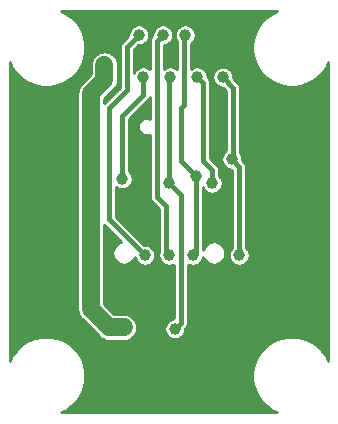
<source format=gbr>
G04 #@! TF.GenerationSoftware,KiCad,Pcbnew,5.1.0-rc2-unknown-036be7d~80~ubuntu16.04.1*
G04 #@! TF.CreationDate,2023-05-22T09:45:20+03:00*
G04 #@! TF.ProjectId,UEXT-MPQ_Rev_A,55455854-2d4d-4505-915f-5265765f412e,A*
G04 #@! TF.SameCoordinates,Original*
G04 #@! TF.FileFunction,Copper,L2,Bot*
G04 #@! TF.FilePolarity,Positive*
%FSLAX46Y46*%
G04 Gerber Fmt 4.6, Leading zero omitted, Abs format (unit mm)*
G04 Created by KiCad (PCBNEW 5.1.0-rc2-unknown-036be7d~80~ubuntu16.04.1) date 2023-05-22 09:45:20*
%MOMM*%
%LPD*%
G04 APERTURE LIST*
%ADD10C,1.000000*%
%ADD11C,0.406400*%
%ADD12C,1.016000*%
%ADD13C,1.524000*%
%ADD14C,0.254000*%
G04 APERTURE END LIST*
D10*
X84963000Y-147701000D03*
X84455000Y-129032000D03*
X83058000Y-141224000D03*
X84836000Y-132588000D03*
X86995000Y-147701000D03*
X86487000Y-129032000D03*
X86995000Y-141605000D03*
X87503000Y-153924000D03*
X87122000Y-132588000D03*
X89027000Y-147701000D03*
X89281000Y-140970000D03*
X88392000Y-129032000D03*
X90678000Y-141605000D03*
X89408000Y-132588000D03*
X92964000Y-147701000D03*
X92329000Y-139573000D03*
X91549607Y-132605393D03*
X82677000Y-156718000D03*
X91313000Y-156718000D03*
X94107000Y-160401000D03*
X79883000Y-160401000D03*
X86995000Y-160401000D03*
X76581000Y-145923000D03*
X77978000Y-145923000D03*
X77978000Y-134747000D03*
X77978000Y-136271000D03*
X82804000Y-127762000D03*
X91186000Y-127762000D03*
X87376000Y-127762000D03*
X74930000Y-149860000D03*
X77470000Y-152400000D03*
X74549000Y-139446000D03*
X99060000Y-135890000D03*
X96520000Y-140970000D03*
X99060000Y-144780000D03*
X96520000Y-148590000D03*
X99060000Y-152400000D03*
X91186000Y-137668000D03*
X90932000Y-134239000D03*
X81920000Y-153792000D03*
X83185000Y-153792000D03*
X81534000Y-131572000D03*
X81534000Y-132842000D03*
X80391000Y-138303000D03*
X80391000Y-139446000D03*
D11*
X81915000Y-144653000D02*
X84963000Y-147701000D01*
X84455000Y-129032000D02*
X83439000Y-130048000D01*
X83439000Y-130048000D02*
X83439000Y-133731000D01*
X83439000Y-133731000D02*
X81915000Y-135255000D01*
X81915000Y-135255000D02*
X81915000Y-144653000D01*
X83058000Y-135890000D02*
X83058000Y-141224000D01*
X84836000Y-134112000D02*
X83058000Y-135890000D01*
X84836000Y-132588000D02*
X84836000Y-134112000D01*
X86741000Y-147447000D02*
X86995000Y-147701000D01*
X86487000Y-129032000D02*
X85979000Y-129540000D01*
X85979000Y-129540000D02*
X85979000Y-142748000D01*
X85979000Y-142748000D02*
X86741000Y-143510000D01*
X86741000Y-143510000D02*
X86741000Y-147447000D01*
X86995000Y-132715000D02*
X86995000Y-141605000D01*
X87122000Y-132588000D02*
X86995000Y-132715000D01*
X88011000Y-153416000D02*
X87503000Y-153924000D01*
X88011000Y-142621000D02*
X88011000Y-153416000D01*
X86995000Y-141605000D02*
X88011000Y-142621000D01*
X89281000Y-147447000D02*
X89027000Y-147701000D01*
X89281000Y-140970000D02*
X89281000Y-147447000D01*
X88392000Y-129032000D02*
X88265000Y-129159000D01*
X88011000Y-139700000D02*
X89281000Y-140970000D01*
X88011000Y-135255000D02*
X88011000Y-139700000D01*
X88265000Y-129159000D02*
X88265000Y-135001000D01*
X88265000Y-135001000D02*
X88011000Y-135255000D01*
X90678000Y-140462000D02*
X90678000Y-141605000D01*
X89408000Y-132588000D02*
X89916000Y-133096000D01*
X89916000Y-133096000D02*
X89916000Y-139700000D01*
X89916000Y-139700000D02*
X90678000Y-140462000D01*
X92964000Y-140208000D02*
X92329000Y-139573000D01*
X92964000Y-147701000D02*
X92964000Y-140208000D01*
X92456000Y-139446000D02*
X92329000Y-139573000D01*
X92456000Y-133511786D02*
X92456000Y-139446000D01*
X91549607Y-132605393D02*
X92456000Y-133511786D01*
D12*
X77978000Y-145923000D02*
X77978000Y-134747000D01*
D13*
X81920000Y-153792000D02*
X83185000Y-153792000D01*
X80391000Y-133985000D02*
X80391000Y-152263000D01*
X81534000Y-132842000D02*
X80391000Y-133985000D01*
X80391000Y-152263000D02*
X81920000Y-153792000D01*
X81534000Y-132842000D02*
X81534000Y-131572000D01*
D14*
G36*
X95824075Y-127151651D02*
G01*
X95279161Y-127515750D01*
X94815750Y-127979161D01*
X94451651Y-128524075D01*
X94200855Y-129129550D01*
X94073000Y-129772319D01*
X94073000Y-130427681D01*
X94200855Y-131070450D01*
X94451651Y-131675925D01*
X94815750Y-132220839D01*
X95279161Y-132684250D01*
X95824075Y-133048349D01*
X96429550Y-133299145D01*
X97072319Y-133427000D01*
X97727681Y-133427000D01*
X98370450Y-133299145D01*
X98975925Y-133048349D01*
X99520839Y-132684250D01*
X99984250Y-132220839D01*
X100348349Y-131675925D01*
X100492001Y-131329119D01*
X100492000Y-156670879D01*
X100348349Y-156324075D01*
X99984250Y-155779161D01*
X99520839Y-155315750D01*
X98975925Y-154951651D01*
X98370450Y-154700855D01*
X97727681Y-154573000D01*
X97072319Y-154573000D01*
X96429550Y-154700855D01*
X95824075Y-154951651D01*
X95279161Y-155315750D01*
X94815750Y-155779161D01*
X94451651Y-156324075D01*
X94200855Y-156929550D01*
X94073000Y-157572319D01*
X94073000Y-158227681D01*
X94200855Y-158870450D01*
X94451651Y-159475925D01*
X94815750Y-160020839D01*
X95279161Y-160484250D01*
X95824075Y-160848349D01*
X96170879Y-160992000D01*
X77829121Y-160992000D01*
X78175925Y-160848349D01*
X78720839Y-160484250D01*
X79184250Y-160020839D01*
X79548349Y-159475925D01*
X79799145Y-158870450D01*
X79927000Y-158227681D01*
X79927000Y-157572319D01*
X79799145Y-156929550D01*
X79548349Y-156324075D01*
X79184250Y-155779161D01*
X78720839Y-155315750D01*
X78175925Y-154951651D01*
X77570450Y-154700855D01*
X76927681Y-154573000D01*
X76272319Y-154573000D01*
X75629550Y-154700855D01*
X75024075Y-154951651D01*
X74479161Y-155315750D01*
X74015750Y-155779161D01*
X73651651Y-156324075D01*
X73508000Y-156670879D01*
X73508000Y-133985000D01*
X79242471Y-133985000D01*
X79248000Y-134041139D01*
X79248001Y-152206851D01*
X79242471Y-152263000D01*
X79264539Y-152487067D01*
X79313662Y-152649000D01*
X79329898Y-152702523D01*
X79436033Y-152901089D01*
X79471952Y-152944856D01*
X79536476Y-153023478D01*
X79578868Y-153075133D01*
X79622478Y-153110923D01*
X81072077Y-154560523D01*
X81107867Y-154604133D01*
X81281911Y-154746968D01*
X81390482Y-154805000D01*
X81480476Y-154853103D01*
X81695933Y-154918461D01*
X81863854Y-154935000D01*
X81863861Y-154935000D01*
X81920000Y-154940529D01*
X81976139Y-154935000D01*
X83241146Y-154935000D01*
X83409067Y-154918461D01*
X83624523Y-154853103D01*
X83823089Y-154746968D01*
X83997133Y-154604133D01*
X84139968Y-154430089D01*
X84246103Y-154231523D01*
X84311461Y-154016067D01*
X84333530Y-153792000D01*
X84311461Y-153567933D01*
X84246103Y-153352477D01*
X84139968Y-153153911D01*
X83997133Y-152979867D01*
X83823089Y-152837032D01*
X83624523Y-152730897D01*
X83409067Y-152665539D01*
X83241146Y-152649000D01*
X82393446Y-152649000D01*
X81534000Y-151789555D01*
X81534000Y-145098183D01*
X82977806Y-146541989D01*
X82903853Y-146556699D01*
X82725322Y-146630649D01*
X82564649Y-146738007D01*
X82428007Y-146874649D01*
X82320649Y-147035322D01*
X82246699Y-147213853D01*
X82209000Y-147403380D01*
X82209000Y-147596620D01*
X82246699Y-147786147D01*
X82320649Y-147964678D01*
X82428007Y-148125351D01*
X82564649Y-148261993D01*
X82725322Y-148369351D01*
X82903853Y-148443301D01*
X83093380Y-148481000D01*
X83286620Y-148481000D01*
X83476147Y-148443301D01*
X83654678Y-148369351D01*
X83815351Y-148261993D01*
X83951993Y-148125351D01*
X84059351Y-147964678D01*
X84098425Y-147870345D01*
X84115856Y-147957978D01*
X84182268Y-148118310D01*
X84278682Y-148262605D01*
X84401395Y-148385318D01*
X84545690Y-148481732D01*
X84706022Y-148548144D01*
X84876229Y-148582000D01*
X85049771Y-148582000D01*
X85219978Y-148548144D01*
X85380310Y-148481732D01*
X85524605Y-148385318D01*
X85647318Y-148262605D01*
X85743732Y-148118310D01*
X85810144Y-147957978D01*
X85844000Y-147787771D01*
X85844000Y-147614229D01*
X85810144Y-147444022D01*
X85743732Y-147283690D01*
X85647318Y-147139395D01*
X85524605Y-147016682D01*
X85380310Y-146920268D01*
X85219978Y-146853856D01*
X85049771Y-146820000D01*
X84908184Y-146820000D01*
X82499200Y-144411017D01*
X82499200Y-141910192D01*
X82640690Y-142004732D01*
X82801022Y-142071144D01*
X82971229Y-142105000D01*
X83144771Y-142105000D01*
X83314978Y-142071144D01*
X83475310Y-142004732D01*
X83619605Y-141908318D01*
X83742318Y-141785605D01*
X83838732Y-141641310D01*
X83905144Y-141480978D01*
X83939000Y-141310771D01*
X83939000Y-141137229D01*
X83905144Y-140967022D01*
X83838732Y-140806690D01*
X83742318Y-140662395D01*
X83642200Y-140562277D01*
X83642200Y-136131983D01*
X85228806Y-134545378D01*
X85251090Y-134527090D01*
X85324094Y-134438134D01*
X85378341Y-134336645D01*
X85394800Y-134282386D01*
X85394800Y-136132953D01*
X85308225Y-136097092D01*
X85166997Y-136069000D01*
X85023003Y-136069000D01*
X84881775Y-136097092D01*
X84748742Y-136152196D01*
X84629015Y-136232195D01*
X84527195Y-136334015D01*
X84447196Y-136453742D01*
X84392092Y-136586775D01*
X84364000Y-136728003D01*
X84364000Y-136871997D01*
X84392092Y-137013225D01*
X84447196Y-137146258D01*
X84527195Y-137265985D01*
X84629015Y-137367805D01*
X84748742Y-137447804D01*
X84881775Y-137502908D01*
X85023003Y-137531000D01*
X85166997Y-137531000D01*
X85308225Y-137502908D01*
X85394801Y-137467047D01*
X85394801Y-142719306D01*
X85391975Y-142748000D01*
X85403254Y-142862523D01*
X85436659Y-142972644D01*
X85436660Y-142972645D01*
X85490907Y-143074134D01*
X85519597Y-143109093D01*
X85545620Y-143140803D01*
X85545623Y-143140806D01*
X85563911Y-143163090D01*
X85586194Y-143181377D01*
X86156800Y-143751984D01*
X86156801Y-147418306D01*
X86156269Y-147423712D01*
X86147856Y-147444022D01*
X86114000Y-147614229D01*
X86114000Y-147787771D01*
X86147856Y-147957978D01*
X86214268Y-148118310D01*
X86310682Y-148262605D01*
X86433395Y-148385318D01*
X86577690Y-148481732D01*
X86738022Y-148548144D01*
X86908229Y-148582000D01*
X87081771Y-148582000D01*
X87251978Y-148548144D01*
X87412310Y-148481732D01*
X87426801Y-148472050D01*
X87426801Y-153043000D01*
X87416229Y-153043000D01*
X87246022Y-153076856D01*
X87085690Y-153143268D01*
X86941395Y-153239682D01*
X86818682Y-153362395D01*
X86722268Y-153506690D01*
X86655856Y-153667022D01*
X86622000Y-153837229D01*
X86622000Y-154010771D01*
X86655856Y-154180978D01*
X86722268Y-154341310D01*
X86818682Y-154485605D01*
X86941395Y-154608318D01*
X87085690Y-154704732D01*
X87246022Y-154771144D01*
X87416229Y-154805000D01*
X87589771Y-154805000D01*
X87759978Y-154771144D01*
X87920310Y-154704732D01*
X88064605Y-154608318D01*
X88187318Y-154485605D01*
X88283732Y-154341310D01*
X88350144Y-154180978D01*
X88384000Y-154010771D01*
X88384000Y-153869183D01*
X88403801Y-153849382D01*
X88426090Y-153831090D01*
X88499094Y-153742134D01*
X88553341Y-153640645D01*
X88586746Y-153530523D01*
X88595200Y-153444692D01*
X88595200Y-153444683D01*
X88598025Y-153416001D01*
X88595200Y-153387319D01*
X88595200Y-148472050D01*
X88609690Y-148481732D01*
X88770022Y-148548144D01*
X88940229Y-148582000D01*
X89113771Y-148582000D01*
X89283978Y-148548144D01*
X89444310Y-148481732D01*
X89588605Y-148385318D01*
X89711318Y-148262605D01*
X89807732Y-148118310D01*
X89874144Y-147957978D01*
X89894819Y-147854035D01*
X89940649Y-147964678D01*
X90048007Y-148125351D01*
X90184649Y-148261993D01*
X90345322Y-148369351D01*
X90523853Y-148443301D01*
X90713380Y-148481000D01*
X90906620Y-148481000D01*
X91096147Y-148443301D01*
X91274678Y-148369351D01*
X91435351Y-148261993D01*
X91571993Y-148125351D01*
X91679351Y-147964678D01*
X91753301Y-147786147D01*
X91791000Y-147596620D01*
X91791000Y-147403380D01*
X91753301Y-147213853D01*
X91679351Y-147035322D01*
X91571993Y-146874649D01*
X91435351Y-146738007D01*
X91274678Y-146630649D01*
X91096147Y-146556699D01*
X90906620Y-146519000D01*
X90713380Y-146519000D01*
X90523853Y-146556699D01*
X90345322Y-146630649D01*
X90184649Y-146738007D01*
X90048007Y-146874649D01*
X89940649Y-147035322D01*
X89866699Y-147213853D01*
X89865200Y-147221389D01*
X89865200Y-141944891D01*
X89897268Y-142022310D01*
X89993682Y-142166605D01*
X90116395Y-142289318D01*
X90260690Y-142385732D01*
X90421022Y-142452144D01*
X90591229Y-142486000D01*
X90764771Y-142486000D01*
X90934978Y-142452144D01*
X91095310Y-142385732D01*
X91239605Y-142289318D01*
X91362318Y-142166605D01*
X91458732Y-142022310D01*
X91525144Y-141861978D01*
X91559000Y-141691771D01*
X91559000Y-141518229D01*
X91525144Y-141348022D01*
X91458732Y-141187690D01*
X91362318Y-141043395D01*
X91262200Y-140943277D01*
X91262200Y-140490692D01*
X91265026Y-140462000D01*
X91253746Y-140347477D01*
X91220341Y-140237355D01*
X91166094Y-140135866D01*
X91111380Y-140069196D01*
X91111378Y-140069194D01*
X91093090Y-140046910D01*
X91070807Y-140028623D01*
X90500200Y-139458017D01*
X90500200Y-133124681D01*
X90503025Y-133095999D01*
X90500200Y-133067317D01*
X90500200Y-133067308D01*
X90491746Y-132981477D01*
X90458341Y-132871355D01*
X90404094Y-132769866D01*
X90331090Y-132680910D01*
X90308802Y-132662619D01*
X90289000Y-132642817D01*
X90289000Y-132518622D01*
X90668607Y-132518622D01*
X90668607Y-132692164D01*
X90702463Y-132862371D01*
X90768875Y-133022703D01*
X90865289Y-133166998D01*
X90988002Y-133289711D01*
X91132297Y-133386125D01*
X91292629Y-133452537D01*
X91462836Y-133486393D01*
X91604424Y-133486393D01*
X91871800Y-133753769D01*
X91871801Y-138818921D01*
X91767395Y-138888682D01*
X91644682Y-139011395D01*
X91548268Y-139155690D01*
X91481856Y-139316022D01*
X91448000Y-139486229D01*
X91448000Y-139659771D01*
X91481856Y-139829978D01*
X91548268Y-139990310D01*
X91644682Y-140134605D01*
X91767395Y-140257318D01*
X91911690Y-140353732D01*
X92072022Y-140420144D01*
X92242229Y-140454000D01*
X92379801Y-140454000D01*
X92379800Y-147039277D01*
X92279682Y-147139395D01*
X92183268Y-147283690D01*
X92116856Y-147444022D01*
X92083000Y-147614229D01*
X92083000Y-147787771D01*
X92116856Y-147957978D01*
X92183268Y-148118310D01*
X92279682Y-148262605D01*
X92402395Y-148385318D01*
X92546690Y-148481732D01*
X92707022Y-148548144D01*
X92877229Y-148582000D01*
X93050771Y-148582000D01*
X93220978Y-148548144D01*
X93381310Y-148481732D01*
X93525605Y-148385318D01*
X93648318Y-148262605D01*
X93744732Y-148118310D01*
X93811144Y-147957978D01*
X93845000Y-147787771D01*
X93845000Y-147614229D01*
X93811144Y-147444022D01*
X93744732Y-147283690D01*
X93648318Y-147139395D01*
X93548200Y-147039277D01*
X93548200Y-140236692D01*
X93551026Y-140208000D01*
X93539746Y-140093477D01*
X93506341Y-139983355D01*
X93452094Y-139881866D01*
X93397380Y-139815196D01*
X93397378Y-139815194D01*
X93379090Y-139792910D01*
X93356806Y-139774622D01*
X93210000Y-139627816D01*
X93210000Y-139486229D01*
X93176144Y-139316022D01*
X93109732Y-139155690D01*
X93040200Y-139051627D01*
X93040200Y-133540467D01*
X93043025Y-133511785D01*
X93040200Y-133483103D01*
X93040200Y-133483094D01*
X93031746Y-133397263D01*
X92998341Y-133287141D01*
X92944094Y-133185652D01*
X92871090Y-133096696D01*
X92848802Y-133078405D01*
X92430607Y-132660210D01*
X92430607Y-132518622D01*
X92396751Y-132348415D01*
X92330339Y-132188083D01*
X92233925Y-132043788D01*
X92111212Y-131921075D01*
X91966917Y-131824661D01*
X91806585Y-131758249D01*
X91636378Y-131724393D01*
X91462836Y-131724393D01*
X91292629Y-131758249D01*
X91132297Y-131824661D01*
X90988002Y-131921075D01*
X90865289Y-132043788D01*
X90768875Y-132188083D01*
X90702463Y-132348415D01*
X90668607Y-132518622D01*
X90289000Y-132518622D01*
X90289000Y-132501229D01*
X90255144Y-132331022D01*
X90188732Y-132170690D01*
X90092318Y-132026395D01*
X89969605Y-131903682D01*
X89825310Y-131807268D01*
X89664978Y-131740856D01*
X89494771Y-131707000D01*
X89321229Y-131707000D01*
X89151022Y-131740856D01*
X88990690Y-131807268D01*
X88849200Y-131901808D01*
X88849200Y-129786079D01*
X88953605Y-129716318D01*
X89076318Y-129593605D01*
X89172732Y-129449310D01*
X89239144Y-129288978D01*
X89273000Y-129118771D01*
X89273000Y-128945229D01*
X89239144Y-128775022D01*
X89172732Y-128614690D01*
X89076318Y-128470395D01*
X88953605Y-128347682D01*
X88809310Y-128251268D01*
X88648978Y-128184856D01*
X88478771Y-128151000D01*
X88305229Y-128151000D01*
X88135022Y-128184856D01*
X87974690Y-128251268D01*
X87830395Y-128347682D01*
X87707682Y-128470395D01*
X87611268Y-128614690D01*
X87544856Y-128775022D01*
X87511000Y-128945229D01*
X87511000Y-129118771D01*
X87544856Y-129288978D01*
X87611268Y-129449310D01*
X87680800Y-129553373D01*
X87680800Y-131901808D01*
X87539310Y-131807268D01*
X87378978Y-131740856D01*
X87208771Y-131707000D01*
X87035229Y-131707000D01*
X86865022Y-131740856D01*
X86704690Y-131807268D01*
X86563200Y-131901808D01*
X86563200Y-129913000D01*
X86573771Y-129913000D01*
X86743978Y-129879144D01*
X86904310Y-129812732D01*
X87048605Y-129716318D01*
X87171318Y-129593605D01*
X87267732Y-129449310D01*
X87334144Y-129288978D01*
X87368000Y-129118771D01*
X87368000Y-128945229D01*
X87334144Y-128775022D01*
X87267732Y-128614690D01*
X87171318Y-128470395D01*
X87048605Y-128347682D01*
X86904310Y-128251268D01*
X86743978Y-128184856D01*
X86573771Y-128151000D01*
X86400229Y-128151000D01*
X86230022Y-128184856D01*
X86069690Y-128251268D01*
X85925395Y-128347682D01*
X85802682Y-128470395D01*
X85706268Y-128614690D01*
X85639856Y-128775022D01*
X85606000Y-128945229D01*
X85606000Y-129086817D01*
X85586199Y-129106618D01*
X85563910Y-129124910D01*
X85490906Y-129213867D01*
X85436660Y-129315355D01*
X85436659Y-129315356D01*
X85403459Y-129424803D01*
X85403254Y-129425478D01*
X85394800Y-129511309D01*
X85394800Y-129511316D01*
X85391975Y-129540000D01*
X85394800Y-129568684D01*
X85394800Y-131901808D01*
X85253310Y-131807268D01*
X85092978Y-131740856D01*
X84922771Y-131707000D01*
X84749229Y-131707000D01*
X84579022Y-131740856D01*
X84418690Y-131807268D01*
X84274395Y-131903682D01*
X84151682Y-132026395D01*
X84055268Y-132170690D01*
X84023200Y-132248109D01*
X84023200Y-130289983D01*
X84400184Y-129913000D01*
X84541771Y-129913000D01*
X84711978Y-129879144D01*
X84872310Y-129812732D01*
X85016605Y-129716318D01*
X85139318Y-129593605D01*
X85235732Y-129449310D01*
X85302144Y-129288978D01*
X85336000Y-129118771D01*
X85336000Y-128945229D01*
X85302144Y-128775022D01*
X85235732Y-128614690D01*
X85139318Y-128470395D01*
X85016605Y-128347682D01*
X84872310Y-128251268D01*
X84711978Y-128184856D01*
X84541771Y-128151000D01*
X84368229Y-128151000D01*
X84198022Y-128184856D01*
X84037690Y-128251268D01*
X83893395Y-128347682D01*
X83770682Y-128470395D01*
X83674268Y-128614690D01*
X83607856Y-128775022D01*
X83574000Y-128945229D01*
X83574000Y-129086816D01*
X83046199Y-129614618D01*
X83023910Y-129632910D01*
X82950906Y-129721867D01*
X82896659Y-129823356D01*
X82863254Y-129933478D01*
X82854800Y-130019309D01*
X82854800Y-130019316D01*
X82851975Y-130048000D01*
X82854800Y-130076684D01*
X82854801Y-133489016D01*
X81534000Y-134809817D01*
X81534000Y-134458445D01*
X82302524Y-133689922D01*
X82346133Y-133654133D01*
X82488968Y-133480089D01*
X82595103Y-133281523D01*
X82651381Y-133095999D01*
X82660461Y-133066068D01*
X82668792Y-132981478D01*
X82677000Y-132898146D01*
X82677000Y-132898140D01*
X82682529Y-132842001D01*
X82677000Y-132785862D01*
X82677000Y-131515854D01*
X82660461Y-131347933D01*
X82595103Y-131132477D01*
X82488968Y-130933911D01*
X82346133Y-130759867D01*
X82172089Y-130617032D01*
X81973523Y-130510897D01*
X81758067Y-130445539D01*
X81534000Y-130423470D01*
X81309934Y-130445539D01*
X81094478Y-130510897D01*
X80895912Y-130617032D01*
X80721868Y-130759867D01*
X80579033Y-130933911D01*
X80472897Y-131132477D01*
X80407539Y-131347933D01*
X80391000Y-131515854D01*
X80391000Y-132368554D01*
X79622482Y-133137073D01*
X79578867Y-133172867D01*
X79436032Y-133346912D01*
X79329897Y-133545478D01*
X79286316Y-133689144D01*
X79264916Y-133759692D01*
X79264539Y-133760934D01*
X79248000Y-133928855D01*
X79248000Y-133928861D01*
X79242471Y-133985000D01*
X73508000Y-133985000D01*
X73508000Y-131329121D01*
X73651651Y-131675925D01*
X74015750Y-132220839D01*
X74479161Y-132684250D01*
X75024075Y-133048349D01*
X75629550Y-133299145D01*
X76272319Y-133427000D01*
X76927681Y-133427000D01*
X77570450Y-133299145D01*
X78175925Y-133048349D01*
X78720839Y-132684250D01*
X79184250Y-132220839D01*
X79548349Y-131675925D01*
X79799145Y-131070450D01*
X79927000Y-130427681D01*
X79927000Y-129772319D01*
X79799145Y-129129550D01*
X79548349Y-128524075D01*
X79184250Y-127979161D01*
X78720839Y-127515750D01*
X78175925Y-127151651D01*
X77829121Y-127008000D01*
X96170879Y-127008000D01*
X95824075Y-127151651D01*
X95824075Y-127151651D01*
G37*
X95824075Y-127151651D02*
X95279161Y-127515750D01*
X94815750Y-127979161D01*
X94451651Y-128524075D01*
X94200855Y-129129550D01*
X94073000Y-129772319D01*
X94073000Y-130427681D01*
X94200855Y-131070450D01*
X94451651Y-131675925D01*
X94815750Y-132220839D01*
X95279161Y-132684250D01*
X95824075Y-133048349D01*
X96429550Y-133299145D01*
X97072319Y-133427000D01*
X97727681Y-133427000D01*
X98370450Y-133299145D01*
X98975925Y-133048349D01*
X99520839Y-132684250D01*
X99984250Y-132220839D01*
X100348349Y-131675925D01*
X100492001Y-131329119D01*
X100492000Y-156670879D01*
X100348349Y-156324075D01*
X99984250Y-155779161D01*
X99520839Y-155315750D01*
X98975925Y-154951651D01*
X98370450Y-154700855D01*
X97727681Y-154573000D01*
X97072319Y-154573000D01*
X96429550Y-154700855D01*
X95824075Y-154951651D01*
X95279161Y-155315750D01*
X94815750Y-155779161D01*
X94451651Y-156324075D01*
X94200855Y-156929550D01*
X94073000Y-157572319D01*
X94073000Y-158227681D01*
X94200855Y-158870450D01*
X94451651Y-159475925D01*
X94815750Y-160020839D01*
X95279161Y-160484250D01*
X95824075Y-160848349D01*
X96170879Y-160992000D01*
X77829121Y-160992000D01*
X78175925Y-160848349D01*
X78720839Y-160484250D01*
X79184250Y-160020839D01*
X79548349Y-159475925D01*
X79799145Y-158870450D01*
X79927000Y-158227681D01*
X79927000Y-157572319D01*
X79799145Y-156929550D01*
X79548349Y-156324075D01*
X79184250Y-155779161D01*
X78720839Y-155315750D01*
X78175925Y-154951651D01*
X77570450Y-154700855D01*
X76927681Y-154573000D01*
X76272319Y-154573000D01*
X75629550Y-154700855D01*
X75024075Y-154951651D01*
X74479161Y-155315750D01*
X74015750Y-155779161D01*
X73651651Y-156324075D01*
X73508000Y-156670879D01*
X73508000Y-133985000D01*
X79242471Y-133985000D01*
X79248000Y-134041139D01*
X79248001Y-152206851D01*
X79242471Y-152263000D01*
X79264539Y-152487067D01*
X79313662Y-152649000D01*
X79329898Y-152702523D01*
X79436033Y-152901089D01*
X79471952Y-152944856D01*
X79536476Y-153023478D01*
X79578868Y-153075133D01*
X79622478Y-153110923D01*
X81072077Y-154560523D01*
X81107867Y-154604133D01*
X81281911Y-154746968D01*
X81390482Y-154805000D01*
X81480476Y-154853103D01*
X81695933Y-154918461D01*
X81863854Y-154935000D01*
X81863861Y-154935000D01*
X81920000Y-154940529D01*
X81976139Y-154935000D01*
X83241146Y-154935000D01*
X83409067Y-154918461D01*
X83624523Y-154853103D01*
X83823089Y-154746968D01*
X83997133Y-154604133D01*
X84139968Y-154430089D01*
X84246103Y-154231523D01*
X84311461Y-154016067D01*
X84333530Y-153792000D01*
X84311461Y-153567933D01*
X84246103Y-153352477D01*
X84139968Y-153153911D01*
X83997133Y-152979867D01*
X83823089Y-152837032D01*
X83624523Y-152730897D01*
X83409067Y-152665539D01*
X83241146Y-152649000D01*
X82393446Y-152649000D01*
X81534000Y-151789555D01*
X81534000Y-145098183D01*
X82977806Y-146541989D01*
X82903853Y-146556699D01*
X82725322Y-146630649D01*
X82564649Y-146738007D01*
X82428007Y-146874649D01*
X82320649Y-147035322D01*
X82246699Y-147213853D01*
X82209000Y-147403380D01*
X82209000Y-147596620D01*
X82246699Y-147786147D01*
X82320649Y-147964678D01*
X82428007Y-148125351D01*
X82564649Y-148261993D01*
X82725322Y-148369351D01*
X82903853Y-148443301D01*
X83093380Y-148481000D01*
X83286620Y-148481000D01*
X83476147Y-148443301D01*
X83654678Y-148369351D01*
X83815351Y-148261993D01*
X83951993Y-148125351D01*
X84059351Y-147964678D01*
X84098425Y-147870345D01*
X84115856Y-147957978D01*
X84182268Y-148118310D01*
X84278682Y-148262605D01*
X84401395Y-148385318D01*
X84545690Y-148481732D01*
X84706022Y-148548144D01*
X84876229Y-148582000D01*
X85049771Y-148582000D01*
X85219978Y-148548144D01*
X85380310Y-148481732D01*
X85524605Y-148385318D01*
X85647318Y-148262605D01*
X85743732Y-148118310D01*
X85810144Y-147957978D01*
X85844000Y-147787771D01*
X85844000Y-147614229D01*
X85810144Y-147444022D01*
X85743732Y-147283690D01*
X85647318Y-147139395D01*
X85524605Y-147016682D01*
X85380310Y-146920268D01*
X85219978Y-146853856D01*
X85049771Y-146820000D01*
X84908184Y-146820000D01*
X82499200Y-144411017D01*
X82499200Y-141910192D01*
X82640690Y-142004732D01*
X82801022Y-142071144D01*
X82971229Y-142105000D01*
X83144771Y-142105000D01*
X83314978Y-142071144D01*
X83475310Y-142004732D01*
X83619605Y-141908318D01*
X83742318Y-141785605D01*
X83838732Y-141641310D01*
X83905144Y-141480978D01*
X83939000Y-141310771D01*
X83939000Y-141137229D01*
X83905144Y-140967022D01*
X83838732Y-140806690D01*
X83742318Y-140662395D01*
X83642200Y-140562277D01*
X83642200Y-136131983D01*
X85228806Y-134545378D01*
X85251090Y-134527090D01*
X85324094Y-134438134D01*
X85378341Y-134336645D01*
X85394800Y-134282386D01*
X85394800Y-136132953D01*
X85308225Y-136097092D01*
X85166997Y-136069000D01*
X85023003Y-136069000D01*
X84881775Y-136097092D01*
X84748742Y-136152196D01*
X84629015Y-136232195D01*
X84527195Y-136334015D01*
X84447196Y-136453742D01*
X84392092Y-136586775D01*
X84364000Y-136728003D01*
X84364000Y-136871997D01*
X84392092Y-137013225D01*
X84447196Y-137146258D01*
X84527195Y-137265985D01*
X84629015Y-137367805D01*
X84748742Y-137447804D01*
X84881775Y-137502908D01*
X85023003Y-137531000D01*
X85166997Y-137531000D01*
X85308225Y-137502908D01*
X85394801Y-137467047D01*
X85394801Y-142719306D01*
X85391975Y-142748000D01*
X85403254Y-142862523D01*
X85436659Y-142972644D01*
X85436660Y-142972645D01*
X85490907Y-143074134D01*
X85519597Y-143109093D01*
X85545620Y-143140803D01*
X85545623Y-143140806D01*
X85563911Y-143163090D01*
X85586194Y-143181377D01*
X86156800Y-143751984D01*
X86156801Y-147418306D01*
X86156269Y-147423712D01*
X86147856Y-147444022D01*
X86114000Y-147614229D01*
X86114000Y-147787771D01*
X86147856Y-147957978D01*
X86214268Y-148118310D01*
X86310682Y-148262605D01*
X86433395Y-148385318D01*
X86577690Y-148481732D01*
X86738022Y-148548144D01*
X86908229Y-148582000D01*
X87081771Y-148582000D01*
X87251978Y-148548144D01*
X87412310Y-148481732D01*
X87426801Y-148472050D01*
X87426801Y-153043000D01*
X87416229Y-153043000D01*
X87246022Y-153076856D01*
X87085690Y-153143268D01*
X86941395Y-153239682D01*
X86818682Y-153362395D01*
X86722268Y-153506690D01*
X86655856Y-153667022D01*
X86622000Y-153837229D01*
X86622000Y-154010771D01*
X86655856Y-154180978D01*
X86722268Y-154341310D01*
X86818682Y-154485605D01*
X86941395Y-154608318D01*
X87085690Y-154704732D01*
X87246022Y-154771144D01*
X87416229Y-154805000D01*
X87589771Y-154805000D01*
X87759978Y-154771144D01*
X87920310Y-154704732D01*
X88064605Y-154608318D01*
X88187318Y-154485605D01*
X88283732Y-154341310D01*
X88350144Y-154180978D01*
X88384000Y-154010771D01*
X88384000Y-153869183D01*
X88403801Y-153849382D01*
X88426090Y-153831090D01*
X88499094Y-153742134D01*
X88553341Y-153640645D01*
X88586746Y-153530523D01*
X88595200Y-153444692D01*
X88595200Y-153444683D01*
X88598025Y-153416001D01*
X88595200Y-153387319D01*
X88595200Y-148472050D01*
X88609690Y-148481732D01*
X88770022Y-148548144D01*
X88940229Y-148582000D01*
X89113771Y-148582000D01*
X89283978Y-148548144D01*
X89444310Y-148481732D01*
X89588605Y-148385318D01*
X89711318Y-148262605D01*
X89807732Y-148118310D01*
X89874144Y-147957978D01*
X89894819Y-147854035D01*
X89940649Y-147964678D01*
X90048007Y-148125351D01*
X90184649Y-148261993D01*
X90345322Y-148369351D01*
X90523853Y-148443301D01*
X90713380Y-148481000D01*
X90906620Y-148481000D01*
X91096147Y-148443301D01*
X91274678Y-148369351D01*
X91435351Y-148261993D01*
X91571993Y-148125351D01*
X91679351Y-147964678D01*
X91753301Y-147786147D01*
X91791000Y-147596620D01*
X91791000Y-147403380D01*
X91753301Y-147213853D01*
X91679351Y-147035322D01*
X91571993Y-146874649D01*
X91435351Y-146738007D01*
X91274678Y-146630649D01*
X91096147Y-146556699D01*
X90906620Y-146519000D01*
X90713380Y-146519000D01*
X90523853Y-146556699D01*
X90345322Y-146630649D01*
X90184649Y-146738007D01*
X90048007Y-146874649D01*
X89940649Y-147035322D01*
X89866699Y-147213853D01*
X89865200Y-147221389D01*
X89865200Y-141944891D01*
X89897268Y-142022310D01*
X89993682Y-142166605D01*
X90116395Y-142289318D01*
X90260690Y-142385732D01*
X90421022Y-142452144D01*
X90591229Y-142486000D01*
X90764771Y-142486000D01*
X90934978Y-142452144D01*
X91095310Y-142385732D01*
X91239605Y-142289318D01*
X91362318Y-142166605D01*
X91458732Y-142022310D01*
X91525144Y-141861978D01*
X91559000Y-141691771D01*
X91559000Y-141518229D01*
X91525144Y-141348022D01*
X91458732Y-141187690D01*
X91362318Y-141043395D01*
X91262200Y-140943277D01*
X91262200Y-140490692D01*
X91265026Y-140462000D01*
X91253746Y-140347477D01*
X91220341Y-140237355D01*
X91166094Y-140135866D01*
X91111380Y-140069196D01*
X91111378Y-140069194D01*
X91093090Y-140046910D01*
X91070807Y-140028623D01*
X90500200Y-139458017D01*
X90500200Y-133124681D01*
X90503025Y-133095999D01*
X90500200Y-133067317D01*
X90500200Y-133067308D01*
X90491746Y-132981477D01*
X90458341Y-132871355D01*
X90404094Y-132769866D01*
X90331090Y-132680910D01*
X90308802Y-132662619D01*
X90289000Y-132642817D01*
X90289000Y-132518622D01*
X90668607Y-132518622D01*
X90668607Y-132692164D01*
X90702463Y-132862371D01*
X90768875Y-133022703D01*
X90865289Y-133166998D01*
X90988002Y-133289711D01*
X91132297Y-133386125D01*
X91292629Y-133452537D01*
X91462836Y-133486393D01*
X91604424Y-133486393D01*
X91871800Y-133753769D01*
X91871801Y-138818921D01*
X91767395Y-138888682D01*
X91644682Y-139011395D01*
X91548268Y-139155690D01*
X91481856Y-139316022D01*
X91448000Y-139486229D01*
X91448000Y-139659771D01*
X91481856Y-139829978D01*
X91548268Y-139990310D01*
X91644682Y-140134605D01*
X91767395Y-140257318D01*
X91911690Y-140353732D01*
X92072022Y-140420144D01*
X92242229Y-140454000D01*
X92379801Y-140454000D01*
X92379800Y-147039277D01*
X92279682Y-147139395D01*
X92183268Y-147283690D01*
X92116856Y-147444022D01*
X92083000Y-147614229D01*
X92083000Y-147787771D01*
X92116856Y-147957978D01*
X92183268Y-148118310D01*
X92279682Y-148262605D01*
X92402395Y-148385318D01*
X92546690Y-148481732D01*
X92707022Y-148548144D01*
X92877229Y-148582000D01*
X93050771Y-148582000D01*
X93220978Y-148548144D01*
X93381310Y-148481732D01*
X93525605Y-148385318D01*
X93648318Y-148262605D01*
X93744732Y-148118310D01*
X93811144Y-147957978D01*
X93845000Y-147787771D01*
X93845000Y-147614229D01*
X93811144Y-147444022D01*
X93744732Y-147283690D01*
X93648318Y-147139395D01*
X93548200Y-147039277D01*
X93548200Y-140236692D01*
X93551026Y-140208000D01*
X93539746Y-140093477D01*
X93506341Y-139983355D01*
X93452094Y-139881866D01*
X93397380Y-139815196D01*
X93397378Y-139815194D01*
X93379090Y-139792910D01*
X93356806Y-139774622D01*
X93210000Y-139627816D01*
X93210000Y-139486229D01*
X93176144Y-139316022D01*
X93109732Y-139155690D01*
X93040200Y-139051627D01*
X93040200Y-133540467D01*
X93043025Y-133511785D01*
X93040200Y-133483103D01*
X93040200Y-133483094D01*
X93031746Y-133397263D01*
X92998341Y-133287141D01*
X92944094Y-133185652D01*
X92871090Y-133096696D01*
X92848802Y-133078405D01*
X92430607Y-132660210D01*
X92430607Y-132518622D01*
X92396751Y-132348415D01*
X92330339Y-132188083D01*
X92233925Y-132043788D01*
X92111212Y-131921075D01*
X91966917Y-131824661D01*
X91806585Y-131758249D01*
X91636378Y-131724393D01*
X91462836Y-131724393D01*
X91292629Y-131758249D01*
X91132297Y-131824661D01*
X90988002Y-131921075D01*
X90865289Y-132043788D01*
X90768875Y-132188083D01*
X90702463Y-132348415D01*
X90668607Y-132518622D01*
X90289000Y-132518622D01*
X90289000Y-132501229D01*
X90255144Y-132331022D01*
X90188732Y-132170690D01*
X90092318Y-132026395D01*
X89969605Y-131903682D01*
X89825310Y-131807268D01*
X89664978Y-131740856D01*
X89494771Y-131707000D01*
X89321229Y-131707000D01*
X89151022Y-131740856D01*
X88990690Y-131807268D01*
X88849200Y-131901808D01*
X88849200Y-129786079D01*
X88953605Y-129716318D01*
X89076318Y-129593605D01*
X89172732Y-129449310D01*
X89239144Y-129288978D01*
X89273000Y-129118771D01*
X89273000Y-128945229D01*
X89239144Y-128775022D01*
X89172732Y-128614690D01*
X89076318Y-128470395D01*
X88953605Y-128347682D01*
X88809310Y-128251268D01*
X88648978Y-128184856D01*
X88478771Y-128151000D01*
X88305229Y-128151000D01*
X88135022Y-128184856D01*
X87974690Y-128251268D01*
X87830395Y-128347682D01*
X87707682Y-128470395D01*
X87611268Y-128614690D01*
X87544856Y-128775022D01*
X87511000Y-128945229D01*
X87511000Y-129118771D01*
X87544856Y-129288978D01*
X87611268Y-129449310D01*
X87680800Y-129553373D01*
X87680800Y-131901808D01*
X87539310Y-131807268D01*
X87378978Y-131740856D01*
X87208771Y-131707000D01*
X87035229Y-131707000D01*
X86865022Y-131740856D01*
X86704690Y-131807268D01*
X86563200Y-131901808D01*
X86563200Y-129913000D01*
X86573771Y-129913000D01*
X86743978Y-129879144D01*
X86904310Y-129812732D01*
X87048605Y-129716318D01*
X87171318Y-129593605D01*
X87267732Y-129449310D01*
X87334144Y-129288978D01*
X87368000Y-129118771D01*
X87368000Y-128945229D01*
X87334144Y-128775022D01*
X87267732Y-128614690D01*
X87171318Y-128470395D01*
X87048605Y-128347682D01*
X86904310Y-128251268D01*
X86743978Y-128184856D01*
X86573771Y-128151000D01*
X86400229Y-128151000D01*
X86230022Y-128184856D01*
X86069690Y-128251268D01*
X85925395Y-128347682D01*
X85802682Y-128470395D01*
X85706268Y-128614690D01*
X85639856Y-128775022D01*
X85606000Y-128945229D01*
X85606000Y-129086817D01*
X85586199Y-129106618D01*
X85563910Y-129124910D01*
X85490906Y-129213867D01*
X85436660Y-129315355D01*
X85436659Y-129315356D01*
X85403459Y-129424803D01*
X85403254Y-129425478D01*
X85394800Y-129511309D01*
X85394800Y-129511316D01*
X85391975Y-129540000D01*
X85394800Y-129568684D01*
X85394800Y-131901808D01*
X85253310Y-131807268D01*
X85092978Y-131740856D01*
X84922771Y-131707000D01*
X84749229Y-131707000D01*
X84579022Y-131740856D01*
X84418690Y-131807268D01*
X84274395Y-131903682D01*
X84151682Y-132026395D01*
X84055268Y-132170690D01*
X84023200Y-132248109D01*
X84023200Y-130289983D01*
X84400184Y-129913000D01*
X84541771Y-129913000D01*
X84711978Y-129879144D01*
X84872310Y-129812732D01*
X85016605Y-129716318D01*
X85139318Y-129593605D01*
X85235732Y-129449310D01*
X85302144Y-129288978D01*
X85336000Y-129118771D01*
X85336000Y-128945229D01*
X85302144Y-128775022D01*
X85235732Y-128614690D01*
X85139318Y-128470395D01*
X85016605Y-128347682D01*
X84872310Y-128251268D01*
X84711978Y-128184856D01*
X84541771Y-128151000D01*
X84368229Y-128151000D01*
X84198022Y-128184856D01*
X84037690Y-128251268D01*
X83893395Y-128347682D01*
X83770682Y-128470395D01*
X83674268Y-128614690D01*
X83607856Y-128775022D01*
X83574000Y-128945229D01*
X83574000Y-129086816D01*
X83046199Y-129614618D01*
X83023910Y-129632910D01*
X82950906Y-129721867D01*
X82896659Y-129823356D01*
X82863254Y-129933478D01*
X82854800Y-130019309D01*
X82854800Y-130019316D01*
X82851975Y-130048000D01*
X82854800Y-130076684D01*
X82854801Y-133489016D01*
X81534000Y-134809817D01*
X81534000Y-134458445D01*
X82302524Y-133689922D01*
X82346133Y-133654133D01*
X82488968Y-133480089D01*
X82595103Y-133281523D01*
X82651381Y-133095999D01*
X82660461Y-133066068D01*
X82668792Y-132981478D01*
X82677000Y-132898146D01*
X82677000Y-132898140D01*
X82682529Y-132842001D01*
X82677000Y-132785862D01*
X82677000Y-131515854D01*
X82660461Y-131347933D01*
X82595103Y-131132477D01*
X82488968Y-130933911D01*
X82346133Y-130759867D01*
X82172089Y-130617032D01*
X81973523Y-130510897D01*
X81758067Y-130445539D01*
X81534000Y-130423470D01*
X81309934Y-130445539D01*
X81094478Y-130510897D01*
X80895912Y-130617032D01*
X80721868Y-130759867D01*
X80579033Y-130933911D01*
X80472897Y-131132477D01*
X80407539Y-131347933D01*
X80391000Y-131515854D01*
X80391000Y-132368554D01*
X79622482Y-133137073D01*
X79578867Y-133172867D01*
X79436032Y-133346912D01*
X79329897Y-133545478D01*
X79286316Y-133689144D01*
X79264916Y-133759692D01*
X79264539Y-133760934D01*
X79248000Y-133928855D01*
X79248000Y-133928861D01*
X79242471Y-133985000D01*
X73508000Y-133985000D01*
X73508000Y-131329121D01*
X73651651Y-131675925D01*
X74015750Y-132220839D01*
X74479161Y-132684250D01*
X75024075Y-133048349D01*
X75629550Y-133299145D01*
X76272319Y-133427000D01*
X76927681Y-133427000D01*
X77570450Y-133299145D01*
X78175925Y-133048349D01*
X78720839Y-132684250D01*
X79184250Y-132220839D01*
X79548349Y-131675925D01*
X79799145Y-131070450D01*
X79927000Y-130427681D01*
X79927000Y-129772319D01*
X79799145Y-129129550D01*
X79548349Y-128524075D01*
X79184250Y-127979161D01*
X78720839Y-127515750D01*
X78175925Y-127151651D01*
X77829121Y-127008000D01*
X96170879Y-127008000D01*
X95824075Y-127151651D01*
M02*

</source>
